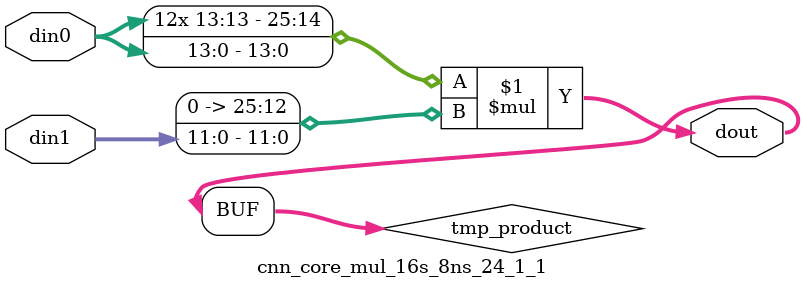
<source format=v>

`timescale 1 ns / 1 ps

  module cnn_core_mul_16s_8ns_24_1_1(din0, din1, dout);
parameter ID = 1;
parameter NUM_STAGE = 0;
parameter din0_WIDTH = 14;
parameter din1_WIDTH = 12;
parameter dout_WIDTH = 26;

input [din0_WIDTH - 1 : 0] din0; 
input [din1_WIDTH - 1 : 0] din1; 
output [dout_WIDTH - 1 : 0] dout;

wire signed [dout_WIDTH - 1 : 0] tmp_product;












assign tmp_product = $signed(din0) * $signed({1'b0, din1});









assign dout = tmp_product;







endmodule

</source>
